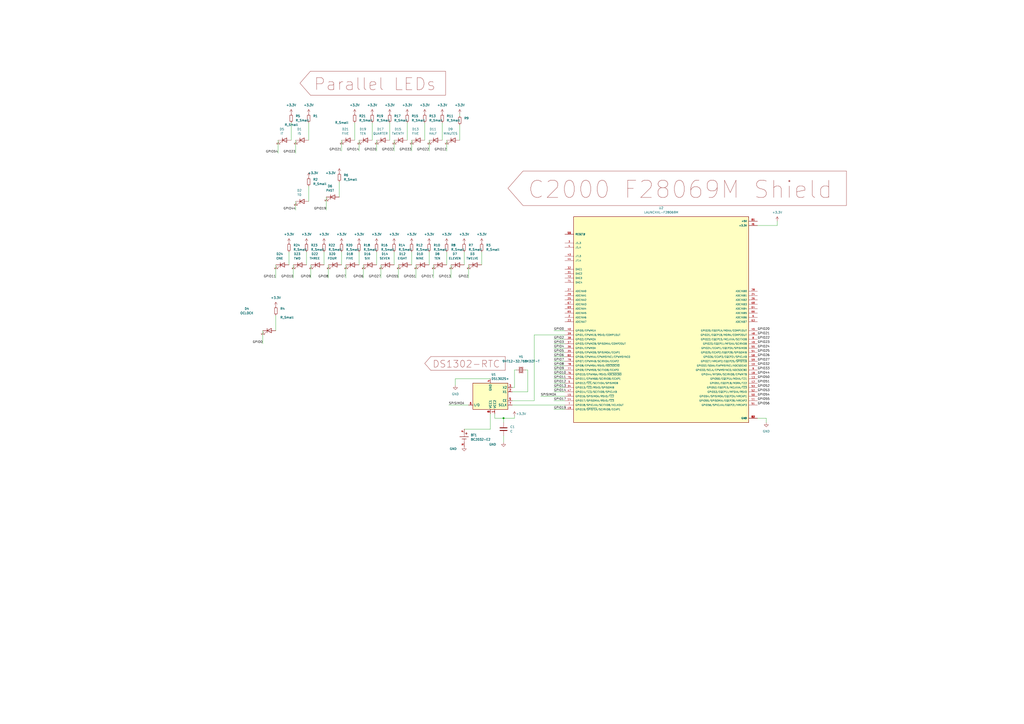
<source format=kicad_sch>
(kicad_sch (version 20211123) (generator eeschema)
  (paper "A2")
  (lib_symbols
    (symbol "BC2032-E2:BC2032-E2" (pin_names (offset 1.016))
      (property "Reference" "BT" (at -5.084 5.084 0))
      (property "Value" "BC2032-E2" (at -5.082 -5.082 0))
      (symbol "BC2032-E2_0_0"
        (polyline (pts (xy -2.54 0) (xy -0.635 0)) (stroke (width 0.1524)))
        (polyline (pts (xy -0.635 0) (xy -0.635 -1.27)) (stroke (width 0.254)))
        (polyline (pts (xy -0.635 1.27) (xy -0.635 0)) (stroke (width 0.254)))
        (polyline (pts (xy 0.635 0) (xy 0.635 -2.54)) (stroke (width 0.254)))
        (polyline (pts (xy 0.635 0) (xy 2.54 0)) (stroke (width 0.1524)))
        (polyline (pts (xy 0.635 2.54) (xy 0.635 0)) (stroke (width 0.254)))
        (polyline (pts (xy 1.905 -1.27) (xy 3.175 -1.27)) (stroke (width 0.254)))
        (polyline (pts (xy 2.54 -0.635) (xy 2.54 -1.905)) (stroke (width 0.254)))
        (pin passive line (at -5.08 0 0) (length 2.54) (name "~") (number "N"))
        (pin passive line (at 5.08 0 180) (length 2.54) (name "~") (number "P"))
      )
    )
    (symbol "Device:9HT12-32.768KDZF-T" (pin_numbers hide) (pin_names (offset 1.016) hide)
      (property "Reference" "Y" (at -2.54 3.556 0))
      (property "Value" "9HT12-32.768KDZF-T" (at -2.54 -5.08 0))
      (symbol "9HT12-32.768KDZF-T_0_0"
        (polyline (pts (xy -2.54 0) (xy -1.016 0)) (stroke (width 0.1524)))
        (polyline (pts (xy -1.016 1.778) (xy -1.016 -1.778)) (stroke (width 0.254)))
        (polyline (pts (xy -0.381 -1.524) (xy 0.381 -1.524)) (stroke (width 0.254)))
        (polyline (pts (xy -0.381 1.524) (xy -0.381 -1.524)) (stroke (width 0.254)))
        (polyline (pts (xy 0.381 -1.524) (xy 0.381 1.524)) (stroke (width 0.254)))
        (polyline (pts (xy 0.381 1.524) (xy -0.381 1.524)) (stroke (width 0.254)))
        (polyline (pts (xy 1.016 0) (xy 2.54 0)) (stroke (width 0.1524)))
        (polyline (pts (xy 1.016 1.778) (xy 1.016 -1.778)) (stroke (width 0.254)))
        (pin passive line (at -2.54 0 0) (length 0) (name "~") (number "1"))
        (pin passive line (at 2.54 0 180) (length 0) (name "~") (number "2"))
      )
    )
    (symbol "Device:C" (pin_numbers hide) (pin_names (offset 0.254))
      (property "Reference" "C" (at 0.635 2.54 0))
      (property "Value" "C" (at 0.635 -2.54 0))
      (symbol "C_0_1"
        (polyline (pts (xy -2.032 -0.762) (xy 2.032 -0.762)) (stroke (width 0.508)))
        (polyline (pts (xy -2.032 0.762) (xy 2.032 0.762)) (stroke (width 0.508)))
      )
      (symbol "C_1_1"
        (pin passive line (at 0 3.81 270) (length 2.794) (name "~") (number "1"))
        (pin passive line (at 0 -3.81 90) (length 2.794) (name "~") (number "2"))
      )
    )
    (symbol "Device:LED" (pin_numbers hide) (pin_names (offset 1.016) hide)
      (property "Reference" "D" (at 0 2.54 0))
      (property "Value" "LED" (at 0 -2.54 0))
      (symbol "LED_0_1"
        (polyline (pts (xy -1.27 -1.27) (xy -1.27 1.27)) (stroke (width 0.254)))
        (polyline (pts (xy -1.27 0) (xy 1.27 0)))
        (polyline (pts (xy 1.27 -1.27) (xy 1.27 1.27) (xy -1.27 0) (xy 1.27 -1.27)) (stroke (width 0.254)))
        (polyline (pts (xy -3.048 -0.762) (xy -4.572 -2.286) (xy -3.81 -2.286) (xy -4.572 -2.286) (xy -4.572 -1.524)))
        (polyline (pts (xy -1.778 -0.762) (xy -3.302 -2.286) (xy -2.54 -2.286) (xy -3.302 -2.286) (xy -3.302 -1.524)))
      )
      (symbol "LED_1_1"
        (pin passive line (at -3.81 0 0) (length 2.54) (name "K") (number "1"))
        (pin passive line (at 3.81 0 180) (length 2.54) (name "A") (number "2"))
      )
    )
    (symbol "Device:R_Small" (pin_numbers hide) (pin_names (offset 0.254) hide)
      (property "Reference" "R" (at 0.762 0.508 0))
      (property "Value" "R_Small" (at 0.762 -1.016 0))
      (symbol "R_Small_0_1"
        (rectangle (start -0.762 1.778) (end 0.762 -1.778) (stroke (width 0.2032)))
      )
      (symbol "R_Small_1_1"
        (pin passive line (at 0 2.54 270) (length 0.762) (name "~") (number "1"))
        (pin passive line (at 0 -2.54 90) (length 0.762) (name "~") (number "2"))
      )
    )
    (symbol "LAUNCHXL-F28069M:LAUNCHXL-F28069M" (pin_names (offset 1.016))
      (property "Reference" "U" (at -50.8 59.182 0))
      (property "Value" "LAUNCHXL-F28069M" (at -50.8 -63.5 0))
      (symbol "LAUNCHXL-F28069M_0_0"
        (rectangle (start -50.8 -60.96) (end 50.8 58.42) (stroke (width 0.254)) (fill (type background)))
        (pin power_in line (at 55.88 53.34 180) (length 5.08) (name "+3.3V") (number "1"))
        (pin bidirectional line (at 55.88 -27.94 180) (length 5.08) (name "GPIO32/SDAA/EWPMSYNCI/ADCSOCAO") (number "10"))
        (pin bidirectional line (at 55.88 -48.26 180) (length 5.08) (name "GPIO55/SPISOMIA/EQEP2B/HRCAP2") (number "11"))
        (pin bidirectional line (at 55.88 -38.1 180) (length 5.08) (name "GPIO51/EQEP1B/MDRA/TZ2") (number "12"))
        (pin bidirectional line (at 55.88 -35.56 180) (length 5.08) (name "GPIO50/EQEP1A/MDXA/TZ1") (number "13"))
        (pin bidirectional line (at -55.88 -48.26 0) (length 5.08) (name "GPIO17/SPISOMIA/RSVD/~{TZ3}") (number "14"))
        (pin bidirectional line (at -55.88 -45.72 0) (length 5.08) (name "GPIO16/SPISIMOA/RSVD/~{TZ2}") (number "15"))
        (pin input line (at -55.88 48.26 0) (length 5.08) (name "RESET#") (number "16"))
        (pin bidirectional line (at 55.88 -33.02 180) (length 5.08) (name "GPIO44/MFSRA/SCIRXDB/EPWM7B") (number "18"))
        (pin bidirectional line (at -55.88 -53.34 0) (length 5.08) (name "GPIO19/~{SPISTEA}/SCIRXDB/ECAP1") (number "19"))
        (pin input line (at -55.88 0 0) (length 5.08) (name "ADCINA6") (number "2"))
        (pin power_in line (at 55.88 55.88 180) (length 5.08) (name "+5V") (number "21"))
        (pin power_in line (at 55.88 -58.42 180) (length 5.08) (name "GND") (number "22"))
        (pin input line (at -55.88 -2.54 0) (length 5.08) (name "ADCINA7") (number "23"))
        (pin input line (at 55.88 12.7 180) (length 5.08) (name "ADCINB1") (number "24"))
        (pin input line (at -55.88 10.16 0) (length 5.08) (name "ADCINA2") (number "25"))
        (pin input line (at 55.88 10.16 180) (length 5.08) (name "ADCINB2") (number "26"))
        (pin input line (at -55.88 15.24 0) (length 5.08) (name "ADCINA0") (number "27"))
        (pin input line (at 55.88 15.24 180) (length 5.08) (name "ADCINB0") (number "28"))
        (pin input line (at -55.88 12.7 0) (length 5.08) (name "ADCINA1") (number "29"))
        (pin passive line (at -55.88 43.18 0) (length 5.08) (name "J1.3") (number "3"))
        (pin bidirectional line (at -55.88 25.4 0) (length 5.08) (name "DAC2") (number "31"))
        (pin bidirectional line (at -55.88 27.94 0) (length 5.08) (name "DAC1") (number "32"))
        (pin bidirectional line (at -55.88 -40.64 0) (length 5.08) (name "GPIO13/~{TZ2}/RSVD/SPISOMIB") (number "34"))
        (pin bidirectional line (at -55.88 -20.32 0) (length 5.08) (name "GPIO5/EPWM3B/SPISIMOA/ECAP1") (number "35"))
        (pin bidirectional line (at -55.88 -17.78 0) (length 5.08) (name "GPIO4/EPWM3A") (number "36"))
        (pin bidirectional line (at -55.88 -15.24 0) (length 5.08) (name "GPIO3/EPWM2B/SPISOMIA/COMP2OUT") (number "37"))
        (pin bidirectional line (at -55.88 -12.7 0) (length 5.08) (name "GPIO2/EPWM2A") (number "38"))
        (pin bidirectional line (at -55.88 -10.16 0) (length 5.08) (name "GPIO1/EPWM1B/RSVD/COMP1OUT") (number "39"))
        (pin passive line (at -55.88 40.64 0) (length 5.08) (name "J1.4") (number "4"))
        (pin bidirectional line (at -55.88 -7.62 0) (length 5.08) (name "GPIO0/EPWM1A") (number "40"))
        (pin power_in line (at 55.88 53.34 180) (length 5.08) (name "+3.3V") (number "41"))
        (pin passive line (at -55.88 35.56 0) (length 5.08) (name "J7.3") (number "43"))
        (pin passive line (at -55.88 33.02 0) (length 5.08) (name "J7.4") (number "44"))
        (pin bidirectional line (at 55.88 -7.62 180) (length 5.08) (name "GPIO20/EQEP1A/MDXA/COMP1OUT") (number "45"))
        (pin bidirectional line (at -55.88 -43.18 0) (length 5.08) (name "GPIO14/TZ3/SCITXDB/SPICLKB") (number "47"))
        (pin bidirectional line (at 55.88 -10.16 180) (length 5.08) (name "GPIO21/EQEP1B/MDRA/COMP2OUT") (number "48"))
        (pin bidirectional line (at 55.88 -15.24 180) (length 5.08) (name "GPIO23/EQEP1I/MFSXA/SCIRXDB") (number "49"))
        (pin bidirectional line (at -55.88 -38.1 0) (length 5.08) (name "GPIO12/~{TZ1}/SCITXDA/SPISIMOB") (number "5"))
        (pin bidirectional line (at 55.88 -45.72 180) (length 5.08) (name "GPIO54/SPISIMOA/EQEP2A/HRCAP1") (number "50"))
        (pin bidirectional line (at 55.88 -50.8 180) (length 5.08) (name "GPIO56/SPICLKA/EQEP2I/HRCAP3") (number "51"))
        (pin bidirectional line (at 55.88 -43.18 180) (length 5.08) (name "GPIO53/EQEP1I/MFSXA/RSVD") (number "52"))
        (pin bidirectional line (at 55.88 -40.64 180) (length 5.08) (name "GPIO52/EQEP1S/MCLKXA/~{TZ3}") (number "53"))
        (pin bidirectional line (at 55.88 -20.32 180) (length 5.08) (name "GPIO25/ECAP2/EQEP2B/SPISOMIB") (number "54"))
        (pin bidirectional line (at 55.88 -17.78 180) (length 5.08) (name "GPIO24/ECAP1/EQEP2A/SPISIMOB") (number "55"))
        (pin input line (at -55.88 48.26 0) (length 5.08) (name "RESET#") (number "56"))
        (pin bidirectional line (at 55.88 -22.86 180) (length 5.08) (name "GPIO26/ECAP3/EQEP2I/SPICLKB") (number "58"))
        (pin bidirectional line (at 55.88 -25.4 180) (length 5.08) (name "GPIO27/HRCAP2/EQEP2S/~{SPISTEB}") (number "59"))
        (pin input line (at 55.88 0 180) (length 5.08) (name "ADCINB6") (number "6"))
        (pin power_in line (at 55.88 -58.42 180) (length 5.08) (name "GND") (number "60"))
        (pin power_in line (at 55.88 55.88 180) (length 5.08) (name "+5V") (number "61"))
        (pin power_in line (at 55.88 -58.42 180) (length 5.08) (name "GND") (number "62"))
        (pin input line (at 55.88 -2.54 180) (length 5.08) (name "ADCINB7") (number "63"))
        (pin input line (at 55.88 5.08 180) (length 5.08) (name "ADCINB4") (number "64"))
        (pin input line (at -55.88 2.54 0) (length 5.08) (name "ADCINA5") (number "65"))
        (pin input line (at 55.88 2.54 180) (length 5.08) (name "ADCINB5") (number "66"))
        (pin input line (at -55.88 7.62 0) (length 5.08) (name "ADCINA3") (number "67"))
        (pin input line (at 55.88 7.62 180) (length 5.08) (name "ADCINB3") (number "68"))
        (pin input line (at -55.88 5.08 0) (length 5.08) (name "ADCINA4") (number "69"))
        (pin bidirectional line (at -55.88 -50.8 0) (length 5.08) (name "GPIO18/SPICLKA/SCITXDB/XCLKOUT") (number "7"))
        (pin bidirectional line (at -55.88 20.32 0) (length 5.08) (name "DAC4") (number "71"))
        (pin bidirectional line (at -55.88 22.86 0) (length 5.08) (name "DAC3") (number "72"))
        (pin bidirectional line (at -55.88 -35.56 0) (length 5.08) (name "GPIO11/EPWM6B/SCIRXDB/ECAP1") (number "75"))
        (pin bidirectional line (at -55.88 -33.02 0) (length 5.08) (name "GPIO10/EPWM6A/RSVD/~{ADCSOCBO}") (number "76"))
        (pin bidirectional line (at -55.88 -30.48 0) (length 5.08) (name "GPIO9/EPWM5B/SCITXDB/ECAP3") (number "77"))
        (pin bidirectional line (at -55.88 -27.94 0) (length 5.08) (name "GPIO8/EPWM5A/RSVD/~{ADCSOCAO}") (number "78"))
        (pin bidirectional line (at -55.88 -25.4 0) (length 5.08) (name "GPIO7/EPWM4B/SCIRXDA/ECAP2") (number "79"))
        (pin bidirectional line (at 55.88 -12.7 180) (length 5.08) (name "GPIO22/EQEP1S/MCLKXA/SCITXDB") (number "8"))
        (pin bidirectional line (at -55.88 -22.86 0) (length 5.08) (name "GPIO6/EPWM4A/EPWMSYNCI/EPWMSYNCO") (number "80"))
        (pin bidirectional line (at 55.88 -30.48 180) (length 5.08) (name "GPIO33/SCLA/EPWMSYNCO/ADCSOCBO") (number "9"))
      )
    )
    (symbol "Timer_RTC:DS1302S+"
      (property "Reference" "U" (at -8.89 8.89 0))
      (property "Value" "DS1302S+" (at 1.27 8.89 0))
      (symbol "DS1302S+_1_1"
        (rectangle (start -10.16 7.62) (end 10.16 -7.62) (stroke (width 0.254)) (fill (type background)))
        (pin power_in line (at -2.54 10.16 270) (length 2.54) (name "VCC2") (number "1"))
        (pin input line (at -12.7 -2.54 0) (length 2.54) (name "X1") (number "2"))
        (pin input line (at -12.7 -5.08 0) (length 2.54) (name "X2") (number "3"))
        (pin power_in line (at 0 -10.16 90) (length 2.54) (name "GND") (number "4"))
        (pin input line (at -12.7 2.54 0) (length 2.54) (name "CE") (number "5"))
        (pin bidirectional line (at 12.7 5.08 180) (length 2.54) (name "I/O") (number "6"))
        (pin input line (at -12.7 5.08 0) (length 2.54) (name "SCLK") (number "7"))
        (pin power_in line (at 0 10.16 270) (length 2.54) (name "VCC1") (number "8"))
      )
    )
    (symbol "power:+3.3V" (power) (pin_names (offset 0))
      (property "Value" "+3.3V" (at 0 3.556 0))
      (symbol "+3.3V_0_1"
        (polyline (pts (xy -0.762 1.27) (xy 0 2.54)))
        (polyline (pts (xy 0 0) (xy 0 2.54)))
        (polyline (pts (xy 0 2.54) (xy 0.762 1.27)))
      )
      (symbol "+3.3V_1_1"
        (pin power_in line (at 0 0 90) (length 0) hide (name "+3.3V") (number "1"))
      )
    )
    (symbol "power:GND" (power) (pin_names (offset 0))
      (property "Value" "GND" (at 0 -3.81 0))
      (symbol "GND_0_1"
        (polyline (pts (xy 0 0) (xy 0 -1.27) (xy 1.27 -1.27) (xy 0 -2.54) (xy -1.27 -1.27) (xy 0 -1.27)))
      )
      (symbol "GND_1_1"
        (pin power_in line (at 0 0 270) (length 0) hide (name "GND") (number "1"))
      )
    )
  )
  (junction (at 292.1 242.57))
  (wire (pts (xy 259.08 81.28) (xy 259.08 87.63)))
  (wire (pts (xy 269.24 146.05) (xy 269.24 153.67)))
  (wire (pts (xy 189.23 114.3) (xy 189.23 121.92)))
  (wire (pts (xy 260.35 234.95) (xy 271.78 234.95)))
  (wire (pts (xy 297.18 234.95) (xy 327.66 234.95)))
  (wire (pts (xy 218.44 81.28) (xy 218.44 87.63)))
  (wire (pts (xy 309.88 194.31) (xy 327.66 194.31)))
  (wire (pts (xy 198.12 146.05) (xy 198.12 153.67)))
  (wire (pts (xy 170.18 153.67) (xy 170.18 161.29)))
  (wire (pts (xy 198.12 81.28) (xy 198.12 87.63)))
  (wire (pts (xy 287.02 242.57) (xy 292.1 242.57)))
  (wire (pts (xy 228.6 81.28) (xy 228.6 87.63)))
  (wire (pts (xy 205.74 71.12) (xy 205.74 81.28)))
  (wire (pts (xy 304.8 214.63) (xy 306.07 214.63)))
  (wire (pts (xy 218.44 146.05) (xy 218.44 153.67)))
  (wire (pts (xy 210.82 153.67) (xy 210.82 161.29)))
  (wire (pts (xy 321.31 232.41) (xy 327.66 232.41)))
  (wire (pts (xy 248.92 81.28) (xy 248.92 87.63)))
  (wire (pts (xy 444.5 242.57) (xy 444.5 245.11)))
  (wire (pts (xy 313.69 229.87) (xy 327.66 229.87)))
  (wire (pts (xy 309.88 232.41) (xy 309.88 194.31)))
  (wire (pts (xy 439.42 130.81) (xy 450.85 130.81)))
  (wire (pts (xy 168.91 71.12) (xy 168.91 81.28)))
  (wire (pts (xy 321.31 191.77) (xy 327.66 191.77)))
  (wire (pts (xy 246.38 71.12) (xy 246.38 81.28)))
  (wire (pts (xy 297.18 227.33) (xy 306.07 227.33)))
  (wire (pts (xy 297.18 232.41) (xy 309.88 232.41)))
  (wire (pts (xy 321.31 217.17) (xy 327.66 217.17)))
  (wire (pts (xy 321.31 207.01) (xy 327.66 207.01)))
  (wire (pts (xy 251.46 153.67) (xy 251.46 161.29)))
  (wire (pts (xy 292.1 242.57) (xy 298.45 242.57)))
  (wire (pts (xy 266.7 67.31) (xy 266.7 66.04)))
  (wire (pts (xy 321.31 212.09) (xy 327.66 212.09)))
  (wire (pts (xy 231.14 153.67) (xy 231.14 161.29)))
  (wire (pts (xy 321.31 204.47) (xy 327.66 204.47)))
  (wire (pts (xy 321.31 219.71) (xy 327.66 219.71)))
  (wire (pts (xy 269.24 248.92) (xy 284.48 248.92)))
  (wire (pts (xy 321.31 222.25) (xy 327.66 222.25)))
  (wire (pts (xy 321.31 196.85) (xy 327.66 196.85)))
  (wire (pts (xy 171.45 121.92) (xy 171.45 116.84)))
  (wire (pts (xy 298.45 214.63) (xy 299.72 214.63)))
  (wire (pts (xy 271.78 153.67) (xy 271.78 161.29)))
  (wire (pts (xy 167.64 146.05) (xy 167.64 153.67)))
  (wire (pts (xy 180.34 153.67) (xy 180.34 161.29)))
  (wire (pts (xy 196.85 105.41) (xy 196.85 114.3)))
  (wire (pts (xy 450.85 128.27) (xy 450.85 130.81)))
  (wire (pts (xy 208.28 146.05) (xy 208.28 153.67)))
  (wire (pts (xy 284.48 240.03) (xy 284.48 248.92)))
  (wire (pts (xy 259.08 146.05) (xy 259.08 153.67)))
  (wire (pts (xy 187.96 146.05) (xy 187.96 153.67)))
  (wire (pts (xy 279.4 146.05) (xy 279.4 153.67)))
  (wire (pts (xy 266.7 72.39) (xy 266.7 81.28)))
  (wire (pts (xy 179.07 71.12) (xy 179.07 81.28)))
  (wire (pts (xy 241.3 153.67) (xy 241.3 161.29)))
  (wire (pts (xy 226.06 71.12) (xy 226.06 81.28)))
  (wire (pts (xy 256.54 71.12) (xy 256.54 81.28)))
  (wire (pts (xy 215.9 71.12) (xy 215.9 81.28)))
  (wire (pts (xy 152.4 191.77) (xy 152.4 199.39)))
  (wire (pts (xy 264.16 219.71) (xy 264.16 223.52)))
  (wire (pts (xy 298.45 241.3) (xy 298.45 242.57)))
  (wire (pts (xy 321.31 209.55) (xy 327.66 209.55)))
  (wire (pts (xy 306.07 214.63) (xy 306.07 227.33)))
  (wire (pts (xy 321.31 214.63) (xy 327.66 214.63)))
  (wire (pts (xy 321.31 199.39) (xy 327.66 199.39)))
  (wire (pts (xy 228.6 146.05) (xy 228.6 153.67)))
  (wire (pts (xy 292.1 242.57) (xy 292.1 245.11)))
  (wire (pts (xy 190.5 153.67) (xy 190.5 161.29)))
  (wire (pts (xy 161.29 81.28) (xy 161.29 88.9)))
  (wire (pts (xy 261.62 153.67) (xy 261.62 161.29)))
  (wire (pts (xy 177.8 146.05) (xy 177.8 153.67)))
  (wire (pts (xy 238.76 146.05) (xy 238.76 153.67)))
  (wire (pts (xy 287.02 242.57) (xy 287.02 240.03)))
  (wire (pts (xy 160.02 153.67) (xy 160.02 161.29)))
  (wire (pts (xy 298.45 214.63) (xy 298.45 224.79)))
  (wire (pts (xy 321.31 237.49) (xy 327.66 237.49)))
  (wire (pts (xy 439.42 242.57) (xy 444.5 242.57)))
  (wire (pts (xy 238.76 81.28) (xy 238.76 87.63)))
  (wire (pts (xy 284.48 219.71) (xy 264.16 219.71)))
  (wire (pts (xy 321.31 224.79) (xy 327.66 224.79)))
  (wire (pts (xy 179.07 107.95) (xy 179.07 116.84)))
  (wire (pts (xy 208.28 81.28) (xy 208.28 87.63)))
  (wire (pts (xy 248.92 146.05) (xy 248.92 153.67)))
  (wire (pts (xy 236.22 71.12) (xy 236.22 81.28)))
  (wire (pts (xy 321.31 201.93) (xy 327.66 201.93)))
  (wire (pts (xy 220.98 153.67) (xy 220.98 161.29)))
  (wire (pts (xy 171.45 81.28) (xy 171.45 88.9)))
  (wire (pts (xy 160.02 182.88) (xy 160.02 191.77)))
  (wire (pts (xy 297.18 224.79) (xy 298.45 224.79)))
  (wire (pts (xy 321.31 227.33) (xy 327.66 227.33)))
  (wire (pts (xy 292.1 252.73) (xy 292.1 256.54)))
  (wire (pts (xy 200.66 153.67) (xy 200.66 161.29)))
  (label "GPIO6" (at 210.82 161.29 180))
  (label "GPIO6" (at 321.31 207.01 0))
  (label "GPIO27" (at 220.98 161.29 180))
  (label "GPIO22" (at 439.42 196.85 0))
  (label "GPIO56" (at 439.42 234.95 0))
  (label "GPIO2" (at 321.31 196.85 0))
  (label "GPIO13" (at 261.62 161.29 180))
  (label "GPIO7" (at 200.66 161.29 180))
  (label "GPIO53" (at 439.42 227.33 0))
  (label "GPIO0" (at 152.4 199.39 180))
  (label "GPIO55" (at 439.42 232.41 0))
  (label "GPIO54" (at 161.29 88.9 180))
  (label "GPIO12" (at 321.31 222.25 0))
  (label "GPIO11" (at 321.31 219.71 0))
  (label "GPIO17" (at 251.46 161.29 180))
  (label "GPIO3" (at 321.31 199.39 0))
  (label "GPIO21" (at 198.12 87.63 180))
  (label "GPIO20" (at 439.42 191.77 0))
  (label "SPISIMOA" (at 313.69 229.87 0))
  (label "GPIO50" (at 439.42 219.71 0))
  (label "GPIO27" (at 439.42 209.55 0))
  (label "GPIO12" (at 259.08 87.63 180))
  (label "GPIO33" (at 238.76 87.63 180))
  (label "GPIO54" (at 439.42 229.87 0))
  (label "GPIO51" (at 439.42 222.25 0))
  (label "GPIO51" (at 241.3 161.29 180))
  (label "GPIO19" (at 189.23 121.92 180))
  (label "GPIO44" (at 439.42 217.17 0))
  (label "GPIO0" (at 321.31 191.77 0))
  (label "GPIO9" (at 321.31 214.63 0))
  (label "GPIO17" (at 321.31 232.41 0))
  (label "GPIO10" (at 170.18 161.29 180))
  (label "GPIO7" (at 321.31 209.55 0))
  (label "GPIO19" (at 321.31 237.49 0))
  (label "GPIO32" (at 228.6 87.63 180))
  (label "GPIO23" (at 439.42 199.39 0))
  (label "GPIO22" (at 248.92 87.63 180))
  (label "GPIO33" (at 439.42 214.63 0))
  (label "GPIO52" (at 439.42 224.79 0))
  (label "GPIO4" (at 321.31 201.93 0))
  (label "GPIO14" (at 208.28 87.63 180))
  (label "GPIO23" (at 171.45 88.9 180))
  (label "GPIO24" (at 439.42 201.93 0))
  (label "GPIO21" (at 439.42 194.31 0))
  (label "GPIO13" (at 321.31 224.79 0))
  (label "GPIO26" (at 439.42 207.01 0))
  (label "GPIO25" (at 439.42 204.47 0))
  (label "GPIO32" (at 439.42 212.09 0))
  (label "SPISIMOA" (at 260.35 234.95 0))
  (label "GPIO5" (at 321.31 204.47 0))
  (label "GPIO11" (at 160.02 161.29 180))
  (label "GPIO8" (at 321.31 212.09 0))
  (label "GPIO2" (at 271.78 161.29 180))
  (label "GPIO44" (at 171.45 121.92 180))
  (label "GPIO10" (at 321.31 217.17 0))
  (label "GPIO8" (at 190.5 161.29 180))
  (label "GPIO55" (at 231.14 161.29 180))
  (label "GPIO20" (at 218.44 87.63 180))
  (label "GPIO9" (at 180.34 161.29 180))
  (label "GPIO14" (at 321.31 227.33 0))
  (global_label "Parallel LEDs" (shape input) (at 173.99 48.26 0) (effects (font (size 7 7))) (property "Intersheet References" "${INTERSHEET_REFS}" (effects hide)))
  (global_label "C2000 F28069M Shield" (shape input) (at 294.64 109.22 0) (effects (font (size 10 10))) (property "Intersheet References" "${INTERSHEET_REFS}" (effects hide)))
  (global_label "DS1302-RTC" (shape input) (at 246.38 210.82 0) (effects (font (size 4 4))) (property "Intersheet References" "${INTERSHEET_REFS}" (effects hide)))
  (symbol (lib_id "Device:LED") (at 204.47 153.67 0) (unit 1)
    (property "Reference" "D18" (at 202.8825 147.32 0))
    (property "Value" "FIVE" (at 202.8825 149.86 0))
    (property "Footprint" "LED_SMD:LED_0201_0603Metric_Pad0.64x0.40mm_HandSolder" (effects hide))
  )
  (symbol (lib_id "Device:LED") (at 222.25 81.28 0) (unit 1)
    (property "Reference" "D17" (at 220.6625 74.93 0))
    (property "Value" "QUARTER" (at 220.6625 77.47 0))
    (property "Footprint" "LED_SMD:LED_0201_0603Metric_Pad0.64x0.40mm_HandSolder" (effects hide))
  )
  (symbol (lib_id "Device:R_Small") (at 218.44 143.51 0) (unit 1)
    (property "Reference" "R16" (at 220.98 142.2399 0) (effects (justify left)))
    (property "Value" "R_Small" (at 220.98 144.7799 0) (effects (justify left)))
    (property "Footprint" "Resistor_SMD:R_0805_2012Metric_Pad1.20x1.40mm_HandSolder" (effects hide))
  )
  (symbol (lib_id "Device:R_Small") (at 259.08 143.51 0) (unit 1)
    (property "Reference" "R8" (at 261.62 142.2399 0) (effects (justify left)))
    (property "Value" "R_Small" (at 261.62 144.7799 0) (effects (justify left)))
    (property "Footprint" "Resistor_SMD:R_0805_2012Metric_Pad1.20x1.40mm_HandSolder" (effects hide))
  )
  (symbol (lib_id "Device:R_Small") (at 236.22 68.58 0) (unit 1)
    (property "Reference" "R15" (at 238.76 67.3099 0) (effects (justify left)))
    (property "Value" "R_Small" (at 238.76 69.8499 0) (effects (justify left)))
    (property "Footprint" "Resistor_SMD:R_0805_2012Metric_Pad1.20x1.40mm_HandSolder" (effects hide))
  )
  (symbol (lib_id "Device:R_Small") (at 179.07 68.58 0) (unit 1)
    (property "Reference" "R1" (at 181.61 67.3099 0) (effects (justify left)))
    (property "Value" "R_Small" (at 194.31 71.1199 0) (effects (justify left)))
    (property "Footprint" "Resistor_SMD:R_0805_2012Metric_Pad1.20x1.40mm_HandSolder" (effects hide))
  )
  (symbol (lib_id "Device:R_Small") (at 167.64 143.51 0) (unit 1)
    (property "Reference" "R24" (at 170.18 142.2399 0) (effects (justify left)))
    (property "Value" "R_Small" (at 170.18 144.7799 0) (effects (justify left)))
    (property "Footprint" "Resistor_SMD:R_0805_2012Metric_Pad1.20x1.40mm_HandSolder" (effects hide))
  )
  (symbol (lib_id "power:+3.3V") (at 238.76 140.97 0) (mirror y) (unit 1)
    (property "Reference" "#PWR0107" (effects hide))
    (property "Value" "+3.3V" (at 238.76 135.89 0))
  )
  (symbol (lib_id "Device:LED") (at 201.93 81.28 0) (unit 1)
    (property "Reference" "D21" (at 200.3425 74.93 0))
    (property "Value" "FIVE" (at 200.3425 77.47 0))
    (property "Footprint" "LED_SMD:LED_0201_0603Metric_Pad0.64x0.40mm_HandSolder" (effects hide))
  )
  (symbol (lib_id "Device:R_Small") (at 269.24 143.51 0) (unit 1)
    (property "Reference" "R7" (at 271.78 142.2399 0) (effects (justify left)))
    (property "Value" "R_Small" (at 271.78 144.7799 0) (effects (justify left)))
    (property "Footprint" "Resistor_SMD:R_0805_2012Metric_Pad1.20x1.40mm_HandSolder" (effects hide))
  )
  (symbol (lib_id "power:+3.3V") (at 198.12 140.97 0) (mirror y) (unit 1)
    (property "Reference" "#PWR0108" (effects hide))
    (property "Value" "+3.3V" (at 198.12 135.89 0))
  )
  (symbol (lib_id "power:+3.3V") (at 226.06 66.04 0) (mirror y) (unit 1)
    (property "Reference" "#PWR0124" (effects hide))
    (property "Value" "+3.3V" (at 226.06 60.96 0))
  )
  (symbol (lib_id "power:+3.3V") (at 205.74 66.04 0) (mirror y) (unit 1)
    (property "Reference" "#PWR0120" (effects hide))
    (property "Value" "+3.3V" (at 205.74 60.96 0))
  )
  (symbol (lib_id "BC2032-E2:BC2032-E2") (at 269.24 254 90) (unit 1)
    (property "Reference" "BT1" (at 273.05 252.387 90) (effects (justify right)))
    (property "Value" "BC2032-E2" (at 273.05 254.927 90) (effects (justify right)))
    (property "Footprint" "MPD_BC2032-E2" (effects hide))
    (property "PARTREV" "D" (effects hide))
    (property "MANUFACTURER" "MPD" (effects hide))
    (property "STANDARD" "Manufacturer Recommendation" (effects hide))
  )
  (symbol (lib_id "Device:LED") (at 245.11 153.67 0) (unit 1)
    (property "Reference" "D10" (at 243.5225 147.32 0))
    (property "Value" "NINE" (at 243.5225 149.86 0))
    (property "Footprint" "LED_SMD:LED_0201_0603Metric_Pad0.64x0.40mm_HandSolder" (effects hide))
  )
  (symbol (lib_id "power:+3.3V") (at 228.6 140.97 0) (mirror y) (unit 1)
    (property "Reference" "#PWR0110" (effects hide))
    (property "Value" "+3.3V" (at 228.6 135.89 0))
  )
  (symbol (lib_id "Device:R_Small") (at 238.76 143.51 0) (unit 1)
    (property "Reference" "R12" (at 241.3 142.2399 0) (effects (justify left)))
    (property "Value" "R_Small" (at 241.3 144.7799 0) (effects (justify left)))
    (property "Footprint" "Resistor_SMD:R_0805_2012Metric_Pad1.20x1.40mm_HandSolder" (effects hide))
  )
  (symbol (lib_id "Device:LED") (at 255.27 153.67 0) (unit 1)
    (property "Reference" "D8" (at 253.6825 147.32 0))
    (property "Value" "TEN" (at 253.6825 149.86 0))
    (property "Footprint" "LED_SMD:LED_0201_0603Metric_Pad0.64x0.40mm_HandSolder" (effects hide))
  )
  (symbol (lib_id "Device:R_Small") (at 246.38 68.58 0) (unit 1)
    (property "Reference" "R13" (at 248.92 67.3099 0) (effects (justify left)))
    (property "Value" "R_Small" (at 248.92 69.8499 0) (effects (justify left)))
    (property "Footprint" "Resistor_SMD:R_0805_2012Metric_Pad1.20x1.40mm_HandSolder" (effects hide))
  )
  (symbol (lib_id "power:+3.3V") (at 236.22 66.04 0) (mirror y) (unit 1)
    (property "Reference" "#PWR0123" (effects hide))
    (property "Value" "+3.3V" (at 236.22 60.96 0))
  )
  (symbol (lib_id "Device:LED") (at 156.21 191.77 0) (unit 1)
    (property "Reference" "D4" (at 143.1925 179.07 0))
    (property "Value" "OCLOCK" (at 143.1925 181.61 0))
    (property "Footprint" "LED_SMD:LED_0201_0603Metric_Pad0.64x0.40mm_HandSolder" (effects hide))
  )
  (symbol (lib_id "Device:LED") (at 194.31 153.67 0) (unit 1)
    (property "Reference" "D20" (at 192.7225 147.32 0))
    (property "Value" "FOUR" (at 192.7225 149.86 0))
    (property "Footprint" "LED_SMD:LED_0201_0603Metric_Pad0.64x0.40mm_HandSolder" (effects hide))
  )
  (symbol (lib_id "Device:R_Small") (at 228.6 143.51 0) (unit 1)
    (property "Reference" "R14" (at 231.14 142.2399 0) (effects (justify left)))
    (property "Value" "R_Small" (at 231.14 144.7799 0) (effects (justify left)))
    (property "Footprint" "Resistor_SMD:R_0805_2012Metric_Pad1.20x1.40mm_HandSolder" (effects hide))
  )
  (symbol (lib_id "power:+3.3V") (at 215.9 66.04 0) (mirror y) (unit 1)
    (property "Reference" "#PWR0119" (effects hide))
    (property "Value" "+3.3V" (at 215.9 60.96 0))
  )
  (symbol (lib_id "Device:LED") (at 212.09 81.28 0) (unit 1)
    (property "Reference" "D19" (at 210.5025 74.93 0))
    (property "Value" "TEN" (at 210.5025 77.47 0))
    (property "Footprint" "LED_SMD:LED_0201_0603Metric_Pad0.64x0.40mm_HandSolder" (effects hide))
  )
  (symbol (lib_id "power:+3.3V") (at 279.4 140.97 0) (mirror y) (unit 1)
    (property "Reference" "#PWR0115" (effects hide))
    (property "Value" "+3.3V" (at 279.4 135.89 0))
  )
  (symbol (lib_id "Device:R_Small") (at 187.96 143.51 0) (unit 1)
    (property "Reference" "R22" (at 190.5 142.2399 0) (effects (justify left)))
    (property "Value" "R_Small" (at 190.5 144.7799 0) (effects (justify left)))
    (property "Footprint" "Resistor_SMD:R_0805_2012Metric_Pad1.20x1.40mm_HandSolder" (effects hide))
  )
  (symbol (lib_id "Device:LED") (at 262.89 81.28 0) (unit 1)
    (property "Reference" "D9" (at 261.3025 74.93 0))
    (property "Value" "MINUTES" (at 261.3025 77.47 0))
    (property "Footprint" "LED_SMD:LED_0201_0603Metric_Pad0.64x0.40mm_HandSolder" (effects hide))
  )
  (symbol (lib_id "Device:LED") (at 175.26 116.84 0) (unit 1)
    (property "Reference" "D2" (at 173.6725 110.49 0))
    (property "Value" "TO" (at 173.6725 113.03 0))
    (property "Footprint" "LED_SMD:LED_0201_0603Metric_Pad0.64x0.40mm_HandSolder" (effects hide))
  )
  (symbol (lib_id "Device:R_Small") (at 208.28 143.51 0) (unit 1)
    (property "Reference" "R18" (at 210.82 142.2399 0) (effects (justify left)))
    (property "Value" "R_Small" (at 210.82 144.7799 0) (effects (justify left)))
    (property "Footprint" "Resistor_SMD:R_0805_2012Metric_Pad1.20x1.40mm_HandSolder" (effects hide))
  )
  (symbol (lib_id "Device:LED") (at 252.73 81.28 0) (unit 1)
    (property "Reference" "D11" (at 251.1425 74.93 0))
    (property "Value" "HALF" (at 251.1425 77.47 0))
    (property "Footprint" "LED_SMD:LED_0201_0603Metric_Pad0.64x0.40mm_HandSolder" (effects hide))
  )
  (symbol (lib_id "power:+3.3V") (at 208.28 140.97 0) (mirror y) (unit 1)
    (property "Reference" "#PWR0111" (effects hide))
    (property "Value" "+3.3V" (at 208.28 135.89 0))
  )
  (symbol (lib_id "Device:LED") (at 175.26 81.28 0) (unit 1)
    (property "Reference" "D1" (at 173.6725 74.93 0))
    (property "Value" "IS" (at 173.6725 77.47 0))
    (property "Footprint" "LED_SMD:LED_0201_0603Metric_Pad0.64x0.40mm_HandSolder" (effects hide))
  )
  (symbol (lib_id "Device:9HT12-32.768KDZF-T") (at 302.26 214.63 0) (unit 1)
    (property "Reference" "Y1" (at 302.26 207.01 0))
    (property "Value" "9HT12-32.768KDZF-T" (at 302.26 209.55 0))
    (property "Footprint" "XTAL160X100X50" (effects hide))
    (property "MANUFACTURER" "txccorp" (effects hide))
  )
  (symbol (lib_id "power:+3.3V") (at 177.8 140.97 0) (mirror y) (unit 1)
    (property "Reference" "#PWR0114" (effects hide))
    (property "Value" "+3.3V" (at 177.8 135.89 0))
  )
  (symbol (lib_id "Device:LED") (at 163.83 153.67 0) (unit 1)
    (property "Reference" "D24" (at 162.2425 147.32 0))
    (property "Value" "ONE" (at 162.2425 149.86 0))
    (property "Footprint" "LED_SMD:LED_0201_0603Metric_Pad0.64x0.40mm_HandSolder" (effects hide))
  )
  (symbol (lib_id "power:+3.3V") (at 450.85 128.27 0) (mirror y) (unit 1)
    (property "Reference" "#PWR0104" (effects hide))
    (property "Value" "+3.3V" (at 450.85 123.19 0))
  )
  (symbol (lib_id "power:GND") (at 269.24 259.08 0) (unit 1)
    (property "Reference" "#PWR0101" (effects hide))
    (property "Value" "GND" (at 262.89 260.35 0))
  )
  (symbol (lib_id "Device:LED") (at 232.41 81.28 0) (unit 1)
    (property "Reference" "D15" (at 230.8225 74.93 0))
    (property "Value" "TWENTY" (at 230.8225 77.47 0))
    (property "Footprint" "LED_SMD:LED_0201_0603Metric_Pad0.64x0.40mm_HandSolder" (effects hide))
  )
  (symbol (lib_id "Device:LED") (at 173.99 153.67 0) (unit 1)
    (property "Reference" "D23" (at 172.4025 147.32 0))
    (property "Value" "TWO" (at 172.4025 149.86 0))
    (property "Footprint" "LED_SMD:LED_0201_0603Metric_Pad0.64x0.40mm_HandSolder" (effects hide))
  )
  (symbol (lib_id "Device:R_Small") (at 279.4 143.51 0) (unit 1)
    (property "Reference" "R3" (at 281.94 142.2399 0) (effects (justify left)))
    (property "Value" "R_Small" (at 281.94 144.7799 0) (effects (justify left)))
    (property "Footprint" "Resistor_SMD:R_0805_2012Metric_Pad1.20x1.40mm_HandSolder" (effects hide))
  )
  (symbol (lib_id "Device:R_Small") (at 266.7 69.85 0) (unit 1)
    (property "Reference" "R9" (at 269.24 68.5799 0) (effects (justify left)))
    (property "Value" "R_Small" (at 165.1 72.3899 0) (effects (justify left)))
    (property "Footprint" "Resistor_SMD:R_0805_2012Metric_Pad1.20x1.40mm_HandSolder" (effects hide))
  )
  (symbol (lib_id "Device:R_Small") (at 196.85 102.87 0) (unit 1)
    (property "Reference" "R6" (at 199.39 101.5999 0) (effects (justify left)))
    (property "Value" "R_Small" (at 199.39 104.1399 0) (effects (justify left)))
    (property "Footprint" "Resistor_SMD:R_0805_2012Metric_Pad1.20x1.40mm_HandSolder" (effects hide))
  )
  (symbol (lib_id "Device:R_Small") (at 205.74 68.58 0) (unit 1)
    (property "Reference" "R21" (at 208.28 67.3099 0) (effects (justify left)))
    (property "Value" "R_Small" (at 208.28 69.8499 0) (effects (justify left)))
    (property "Footprint" "Resistor_SMD:R_0805_2012Metric_Pad1.20x1.40mm_HandSolder" (effects hide))
  )
  (symbol (lib_id "Device:R_Small") (at 179.07 105.41 0) (unit 1)
    (property "Reference" "R2" (at 181.61 104.1399 0) (effects (justify left)))
    (property "Value" "R_Small" (at 181.61 106.6799 0) (effects (justify left)))
    (property "Footprint" "Resistor_SMD:R_0805_2012Metric_Pad1.20x1.40mm_HandSolder" (effects hide))
  )
  (symbol (lib_id "power:+3.3V") (at 259.08 140.97 0) (mirror y) (unit 1)
    (property "Reference" "#PWR0118" (effects hide))
    (property "Value" "+3.3V" (at 259.08 135.89 0))
  )
  (symbol (lib_id "power:GND") (at 444.5 245.11 0) (unit 1)
    (property "Reference" "#PWR0103" (effects hide))
    (property "Value" "GND" (at 444.5 250.19 0))
  )
  (symbol (lib_id "power:+3.3V") (at 167.64 140.97 0) (mirror y) (unit 1)
    (property "Reference" "#PWR0113" (effects hide))
    (property "Value" "+3.3V" (at 167.64 135.89 0))
  )
  (symbol (lib_id "power:+3.3V") (at 246.38 66.04 0) (mirror y) (unit 1)
    (property "Reference" "#PWR0121" (effects hide))
    (property "Value" "+3.3V" (at 246.38 60.96 0))
  )
  (symbol (lib_id "Device:LED") (at 214.63 153.67 0) (unit 1)
    (property "Reference" "D16" (at 213.0425 147.32 0))
    (property "Value" "SIX" (at 213.0425 149.86 0))
    (property "Footprint" "LED_SMD:LED_0201_0603Metric_Pad0.64x0.40mm_HandSolder" (effects hide))
  )
  (symbol (lib_id "LAUNCHXL-F28069M:LAUNCHXL-F28069M") (at 383.54 184.15 0) (unit 1)
    (property "Reference" "U2" (at 383.54 120.65 0))
    (property "Value" "LAUNCHXL-F28069M" (at 383.54 123.19 0))
    (property "Footprint" "LAUNCHXL-F28069M:TI_LAUNCHXL-F28069M" (effects hide))
    (property "MANUFACTURER" "Texas Instruments" (effects hide))
    (property "PARTREV" "B" (effects hide))
    (property "STANDARD" "Manufacturer Recommendations" (effects hide))
  )
  (symbol (lib_id "power:+3.3V") (at 218.44 140.97 0) (mirror y) (unit 1)
    (property "Reference" "#PWR0109" (effects hide))
    (property "Value" "+3.3V" (at 218.44 135.89 0))
  )
  (symbol (lib_id "Device:R_Small") (at 177.8 143.51 0) (unit 1)
    (property "Reference" "R23" (at 180.34 142.2399 0) (effects (justify left)))
    (property "Value" "R_Small" (at 180.34 144.7799 0) (effects (justify left)))
    (property "Footprint" "Resistor_SMD:R_0805_2012Metric_Pad1.20x1.40mm_HandSolder" (effects hide))
  )
  (symbol (lib_id "power:+3.3V") (at 298.45 241.3 0) (mirror y) (unit 1)
    (property "Reference" "#PWR0102" (effects hide))
    (property "Value" "+3.3V" (at 302.26 240.03 0))
  )
  (symbol (lib_id "power:+3.3V") (at 187.96 140.97 0) (mirror y) (unit 1)
    (property "Reference" "#PWR0112" (effects hide))
    (property "Value" "+3.3V" (at 187.96 135.89 0))
  )
  (symbol (lib_id "Device:LED") (at 193.04 114.3 0) (unit 1)
    (property "Reference" "D6" (at 191.4525 107.95 0))
    (property "Value" "PAST" (at 191.4525 110.49 0))
    (property "Footprint" "LED_SMD:LED_0201_0603Metric_Pad0.64x0.40mm_HandSolder" (effects hide))
  )
  (symbol (lib_id "Device:LED") (at 165.1 81.28 0) (unit 1)
    (property "Reference" "D5" (at 163.5125 74.93 0))
    (property "Value" "IT" (at 163.5125 77.47 0))
    (property "Footprint" "LED_SMD:LED_0201_0603Metric_Pad0.64x0.40mm_HandSolder" (effects hide))
  )
  (symbol (lib_id "power:+3.3V") (at 179.07 102.87 0) (mirror y) (unit 1)
    (property "Reference" "#PWR0125" (effects hide))
    (property "Value" "+3.3V" (at 181.61 100.33 0))
  )
  (symbol (lib_id "Device:LED") (at 265.43 153.67 0) (unit 1)
    (property "Reference" "D7" (at 263.8425 147.32 0))
    (property "Value" "ELEVEN" (at 263.8425 149.86 0))
    (property "Footprint" "LED_SMD:LED_0201_0603Metric_Pad0.64x0.40mm_HandSolder" (effects hide))
  )
  (symbol (lib_id "Timer_RTC:DS1302S+") (at 284.48 229.87 180) (unit 1)
    (property "Reference" "U1" (at 285.0006 217.17 0) (effects (justify right)))
    (property "Value" "DS1302S+" (at 285.0006 219.71 0) (effects (justify right)))
    (property "Footprint" "Package_SO:SO-8_5.3x6.2mm_P1.27mm" (effects hide))
    (property "Datasheet" "https://datasheets.maximintegrated.com/en/ds/DS1302.pdf" (effects hide))
  )
  (symbol (lib_id "Device:R_Small") (at 160.02 180.34 0) (unit 1)
    (property "Reference" "R4" (at 162.56 179.0699 0) (effects (justify left)))
    (property "Value" "R_Small" (at 162.56 184.1499 0) (effects (justify left)))
    (property "Footprint" "Resistor_SMD:R_0805_2012Metric_Pad1.20x1.40mm_HandSolder" (effects hide))
  )
  (symbol (lib_id "Device:R_Small") (at 215.9 68.58 0) (unit 1)
    (property "Reference" "R19" (at 218.44 67.3099 0) (effects (justify left)))
    (property "Value" "R_Small" (at 218.44 69.8499 0) (effects (justify left)))
    (property "Footprint" "Resistor_SMD:R_0805_2012Metric_Pad1.20x1.40mm_HandSolder" (effects hide))
  )
  (symbol (lib_id "power:GND") (at 264.16 223.52 0) (unit 1)
    (property "Reference" "#PWR0105" (effects hide))
    (property "Value" "GND" (at 264.16 228.6 0))
  )
  (symbol (lib_id "power:+3.3V") (at 266.7 66.04 0) (mirror y) (unit 1)
    (property "Reference" "#PWR0127" (effects hide))
    (property "Value" "+3.3V" (at 266.7 60.96 0))
  )
  (symbol (lib_id "Device:R_Small") (at 198.12 143.51 0) (unit 1)
    (property "Reference" "R20" (at 200.66 142.2399 0) (effects (justify left)))
    (property "Value" "R_Small" (at 200.66 144.7799 0) (effects (justify left)))
    (property "Footprint" "Resistor_SMD:R_0805_2012Metric_Pad1.20x1.40mm_HandSolder" (effects hide))
  )
  (symbol (lib_id "Device:R_Small") (at 248.92 143.51 0) (unit 1)
    (property "Reference" "R10" (at 251.46 142.2399 0) (effects (justify left)))
    (property "Value" "R_Small" (at 251.46 144.7799 0) (effects (justify left)))
    (property "Footprint" "Resistor_SMD:R_0805_2012Metric_Pad1.20x1.40mm_HandSolder" (effects hide))
  )
  (symbol (lib_id "Device:LED") (at 275.59 153.67 0) (unit 1)
    (property "Reference" "D3" (at 274.0025 147.32 0))
    (property "Value" "TWELVE" (at 274.0025 149.86 0))
    (property "Footprint" "LED_SMD:LED_0201_0603Metric_Pad0.64x0.40mm_HandSolder" (effects hide))
  )
  (symbol (lib_id "power:+3.3V") (at 269.24 140.97 0) (mirror y) (unit 1)
    (property "Reference" "#PWR0116" (effects hide))
    (property "Value" "+3.3V" (at 269.24 135.89 0))
  )
  (symbol (lib_id "Device:R_Small") (at 226.06 68.58 0) (unit 1)
    (property "Reference" "R17" (at 228.6 67.3099 0) (effects (justify left)))
    (property "Value" "R_Small" (at 228.6 69.8499 0) (effects (justify left)))
    (property "Footprint" "Resistor_SMD:R_0805_2012Metric_Pad1.20x1.40mm_HandSolder" (effects hide))
  )
  (symbol (lib_id "Device:LED") (at 234.95 153.67 0) (unit 1)
    (property "Reference" "D12" (at 233.3625 147.32 0))
    (property "Value" "EIGHT" (at 233.3625 149.86 0))
    (property "Footprint" "LED_SMD:LED_0201_0603Metric_Pad0.64x0.40mm_HandSolder" (effects hide))
  )
  (symbol (lib_id "Device:R_Small") (at 256.54 68.58 0) (unit 1)
    (property "Reference" "R11" (at 259.08 67.3099 0) (effects (justify left)))
    (property "Value" "R_Small" (at 259.08 69.8499 0) (effects (justify left)))
    (property "Footprint" "Resistor_SMD:R_0805_2012Metric_Pad1.20x1.40mm_HandSolder" (effects hide))
  )
  (symbol (lib_id "Device:LED") (at 184.15 153.67 0) (unit 1)
    (property "Reference" "D22" (at 182.5625 147.32 0))
    (property "Value" "THREE" (at 182.5625 149.86 0))
    (property "Footprint" "LED_SMD:LED_0201_0603Metric_Pad0.64x0.40mm_HandSolder" (effects hide))
  )
  (symbol (lib_id "power:+3.3V") (at 160.02 177.8 0) (mirror y) (unit 1)
    (property "Reference" "#PWR0117" (effects hide))
    (property "Value" "+3.3V" (at 160.02 172.72 0))
  )
  (symbol (lib_id "power:+3.3V") (at 168.91 66.04 0) (mirror y) (unit 1)
    (property "Reference" "#PWR0128" (effects hide))
    (property "Value" "+3.3V" (at 168.91 60.96 0))
  )
  (symbol (lib_id "power:+3.3V") (at 256.54 66.04 0) (mirror y) (unit 1)
    (property "Reference" "#PWR0122" (effects hide))
    (property "Value" "+3.3V" (at 256.54 60.96 0))
  )
  (symbol (lib_id "power:+3.3V") (at 196.85 100.33 0) (mirror y) (unit 1)
    (property "Reference" "#PWR0126" (effects hide))
    (property "Value" "+3.3V" (at 191.77 100.33 0))
  )
  (symbol (lib_id "Device:LED") (at 224.79 153.67 0) (unit 1)
    (property "Reference" "D14" (at 223.2025 147.32 0))
    (property "Value" "SEVEN" (at 223.2025 149.86 0))
    (property "Footprint" "LED_SMD:LED_0201_0603Metric_Pad0.64x0.40mm_HandSolder" (effects hide))
  )
  (symbol (lib_id "Device:LED") (at 242.57 81.28 0) (unit 1)
    (property "Reference" "D13" (at 240.9825 74.93 0))
    (property "Value" "FIVE" (at 240.9825 77.47 0))
    (property "Footprint" "LED_SMD:LED_0201_0603Metric_Pad0.64x0.40mm_HandSolder" (effects hide))
  )
  (symbol (lib_id "Device:R_Small") (at 168.91 68.58 0) (unit 1)
    (property "Reference" "R5" (at 171.45 67.3099 0) (effects (justify left)))
    (property "Value" "R_Small" (at 171.45 69.8499 0) (effects (justify left)))
    (property "Footprint" "Resistor_SMD:R_0805_2012Metric_Pad1.20x1.40mm_HandSolder" (effects hide))
  )
  (symbol (lib_id "power:+3.3V") (at 179.07 66.04 0) (mirror y) (unit 1)
    (property "Reference" "#PWR0129" (effects hide))
    (property "Value" "+3.3V" (at 179.07 60.96 0))
  )
  (symbol (lib_id "power:+3.3V") (at 248.92 140.97 0) (mirror y) (unit 1)
    (property "Reference" "#PWR0106" (effects hide))
    (property "Value" "+3.3V" (at 248.92 135.89 0))
  )
  (symbol (lib_id "power:GND") (at 292.1 256.54 0) (unit 1)
    (property "Reference" "#PWR0130" (effects hide))
    (property "Value" "GND" (at 285.75 257.81 0))
  )
  (symbol (lib_id "Device:C") (at 292.1 248.92 0) (unit 1)
    (property "Reference" "C1" (at 295.91 247.6499 0) (effects (justify left)))
    (property "Value" "C" (at 295.91 250.1899 0) (effects (justify left)))
    (property "Footprint" "Capacitor_SMD:C_0805_2012Metric" (effects hide))
  )
)
</source>
